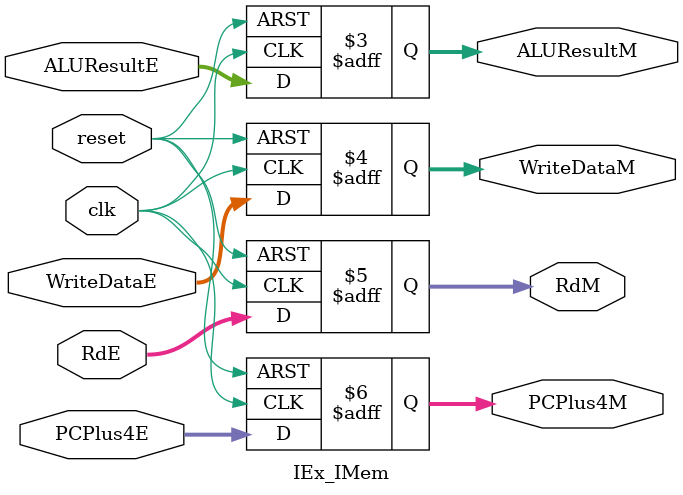
<source format=v>
module IEx_IMem(input wire clk, reset,
                input wire [31:0] ALUResultE, WriteDataE, 
                input wire [4:0] RdE, 
                input wire [31:0] PCPlus4E,
                output reg [31:0] ALUResultM, WriteDataM,
                output reg [4:0] RdM, 
                output reg [31:0] PCPlus4M);

always @( posedge clk or negedge reset ) begin 
    if (!reset) begin
        ALUResultM <= 0;
        WriteDataM <= 0;
        RdM <= 0; 
        PCPlus4M <= 0;
    end

    else begin
        ALUResultM <= ALUResultE;
        WriteDataM <= WriteDataE;
        RdM <= RdE; 
        PCPlus4M <= PCPlus4E;        
    end
    
end

endmodule


</source>
